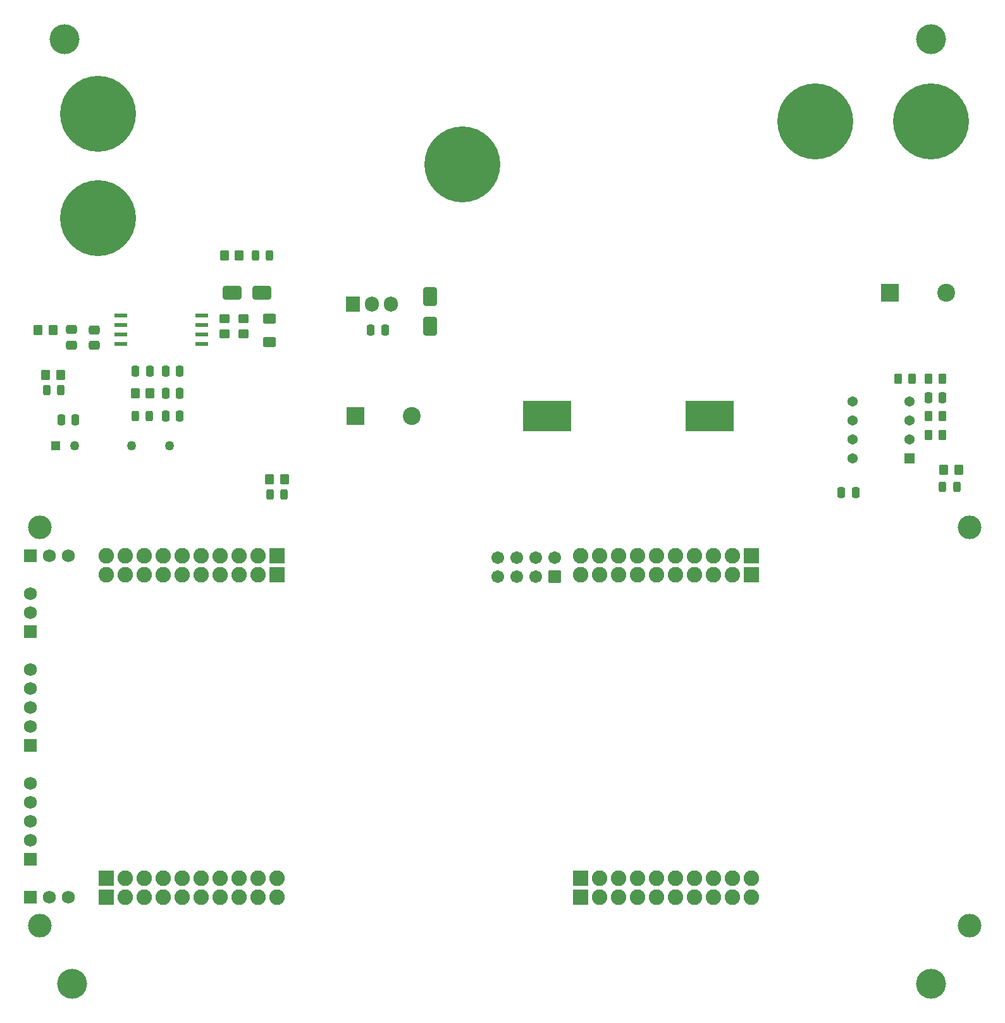
<source format=gbr>
%TF.GenerationSoftware,KiCad,Pcbnew,9.0.0*%
%TF.CreationDate,2025-03-06T09:36:57-05:00*%
%TF.ProjectId,PCB_Tutorial_Lect,5043425f-5475-4746-9f72-69616c5f4c65,rev?*%
%TF.SameCoordinates,Original*%
%TF.FileFunction,Soldermask,Top*%
%TF.FilePolarity,Negative*%
%FSLAX46Y46*%
G04 Gerber Fmt 4.6, Leading zero omitted, Abs format (unit mm)*
G04 Created by KiCad (PCBNEW 9.0.0) date 2025-03-06 09:36:57*
%MOMM*%
%LPD*%
G01*
G04 APERTURE LIST*
G04 Aperture macros list*
%AMRoundRect*
0 Rectangle with rounded corners*
0 $1 Rounding radius*
0 $2 $3 $4 $5 $6 $7 $8 $9 X,Y pos of 4 corners*
0 Add a 4 corners polygon primitive as box body*
4,1,4,$2,$3,$4,$5,$6,$7,$8,$9,$2,$3,0*
0 Add four circle primitives for the rounded corners*
1,1,$1+$1,$2,$3*
1,1,$1+$1,$4,$5*
1,1,$1+$1,$6,$7*
1,1,$1+$1,$8,$9*
0 Add four rect primitives between the rounded corners*
20,1,$1+$1,$2,$3,$4,$5,0*
20,1,$1+$1,$4,$5,$6,$7,0*
20,1,$1+$1,$6,$7,$8,$9,0*
20,1,$1+$1,$8,$9,$2,$3,0*%
G04 Aperture macros list end*
%ADD10C,10.160000*%
%ADD11RoundRect,0.250000X-0.650000X1.000000X-0.650000X-1.000000X0.650000X-1.000000X0.650000X1.000000X0*%
%ADD12R,2.400000X2.400000*%
%ADD13C,2.400000*%
%ADD14RoundRect,0.250000X0.350000X0.450000X-0.350000X0.450000X-0.350000X-0.450000X0.350000X-0.450000X0*%
%ADD15RoundRect,0.250000X-0.262500X-0.450000X0.262500X-0.450000X0.262500X0.450000X-0.262500X0.450000X0*%
%ADD16RoundRect,0.250000X-0.250000X-0.475000X0.250000X-0.475000X0.250000X0.475000X-0.250000X0.475000X0*%
%ADD17RoundRect,0.243750X-0.243750X-0.456250X0.243750X-0.456250X0.243750X0.456250X-0.243750X0.456250X0*%
%ADD18RoundRect,0.250000X0.450000X-0.350000X0.450000X0.350000X-0.450000X0.350000X-0.450000X-0.350000X0*%
%ADD19RoundRect,0.250000X-1.000000X-0.650000X1.000000X-0.650000X1.000000X0.650000X-1.000000X0.650000X0*%
%ADD20RoundRect,0.250000X0.250000X0.475000X-0.250000X0.475000X-0.250000X-0.475000X0.250000X-0.475000X0*%
%ADD21RoundRect,0.243750X0.243750X0.456250X-0.243750X0.456250X-0.243750X-0.456250X0.243750X-0.456250X0*%
%ADD22RoundRect,0.250000X-0.350000X-0.450000X0.350000X-0.450000X0.350000X0.450000X-0.350000X0.450000X0*%
%ADD23C,4.000000*%
%ADD24RoundRect,0.250000X-0.475000X0.337500X-0.475000X-0.337500X0.475000X-0.337500X0.475000X0.337500X0*%
%ADD25RoundRect,0.250000X0.262500X0.450000X-0.262500X0.450000X-0.262500X-0.450000X0.262500X-0.450000X0*%
%ADD26R,1.701800X0.558800*%
%ADD27C,3.175000*%
%ADD28RoundRect,0.102000X0.939800X0.939800X-0.939800X0.939800X-0.939800X-0.939800X0.939800X-0.939800X0*%
%ADD29C,2.083600*%
%ADD30RoundRect,0.102000X0.762000X0.762000X-0.762000X0.762000X-0.762000X-0.762000X0.762000X-0.762000X0*%
%ADD31C,1.728000*%
%ADD32RoundRect,0.102000X0.750000X0.750000X-0.750000X0.750000X-0.750000X-0.750000X0.750000X-0.750000X0*%
%ADD33C,1.704000*%
%ADD34R,1.905000X2.000000*%
%ADD35O,1.905000X2.000000*%
%ADD36R,1.371600X1.371600*%
%ADD37C,1.371600*%
%ADD38R,6.451600X4.114800*%
%ADD39RoundRect,0.250000X0.625000X-0.400000X0.625000X0.400000X-0.625000X0.400000X-0.625000X-0.400000X0*%
%ADD40R,1.270000X1.270000*%
%ADD41C,1.270000*%
G04 APERTURE END LIST*
D10*
%TO.C,J1*%
X56000000Y-48000000D03*
%TD*%
D11*
%TO.C,D1*%
X100464000Y-72446000D03*
X100464000Y-76446000D03*
%TD*%
D12*
%TO.C,C3*%
X90486220Y-88446000D03*
D13*
X97986220Y-88446000D03*
%TD*%
D14*
%TO.C,R7*%
X171229000Y-95676354D03*
X169229000Y-95676354D03*
%TD*%
D15*
%TO.C,R2*%
X167175000Y-91000000D03*
X169000000Y-91000000D03*
%TD*%
D16*
%TO.C,C11*%
X65054000Y-85446000D03*
X66954000Y-85446000D03*
%TD*%
D17*
%TO.C,D5*%
X61000000Y-88500000D03*
X62875000Y-88500000D03*
%TD*%
D18*
%TO.C,R10*%
X75464000Y-77446000D03*
X75464000Y-75446000D03*
%TD*%
D10*
%TO.C,J5*%
X104785000Y-54785000D03*
%TD*%
D19*
%TO.C,D6*%
X73964000Y-71946000D03*
X77964000Y-71946000D03*
%TD*%
D10*
%TO.C,J2*%
X167500000Y-49000000D03*
%TD*%
D17*
%TO.C,D2*%
X79026500Y-99000000D03*
X80901500Y-99000000D03*
%TD*%
D18*
%TO.C,R11*%
X72964000Y-77446000D03*
X72964000Y-75446000D03*
%TD*%
D20*
%TO.C,C7*%
X62914000Y-82446000D03*
X61014000Y-82446000D03*
%TD*%
D21*
%TO.C,D3*%
X170937500Y-98000000D03*
X169062500Y-98000000D03*
%TD*%
D22*
%TO.C,R9*%
X47964000Y-76946000D03*
X49964000Y-76946000D03*
%TD*%
D16*
%TO.C,C4*%
X92514000Y-76946000D03*
X94414000Y-76946000D03*
%TD*%
D14*
%TO.C,R13*%
X74901500Y-66946000D03*
X72901500Y-66946000D03*
%TD*%
D23*
%TO.C,H3*%
X52500000Y-164500000D03*
%TD*%
D24*
%TO.C,C9*%
X52464000Y-76908500D03*
X52464000Y-78983500D03*
%TD*%
D23*
%TO.C,H4*%
X167500000Y-164500000D03*
%TD*%
D12*
%TO.C,C5*%
X162000000Y-72000000D03*
D13*
X169500000Y-72000000D03*
%TD*%
D17*
%TO.C,D4*%
X49125000Y-85000000D03*
X51000000Y-85000000D03*
%TD*%
%TO.C,D7*%
X77062500Y-67000000D03*
X78937500Y-67000000D03*
%TD*%
D25*
%TO.C,R1*%
X169000000Y-88500000D03*
X167175000Y-88500000D03*
%TD*%
D26*
%TO.C,U5*%
X59079200Y-75041000D03*
X59079200Y-76311000D03*
X59079200Y-77581000D03*
X59079200Y-78851000D03*
X69848800Y-78851000D03*
X69848800Y-77581000D03*
X69848800Y-76311000D03*
X69848800Y-75041000D03*
%TD*%
D25*
%TO.C,R3*%
X169000000Y-83500000D03*
X167175000Y-83500000D03*
%TD*%
D16*
%TO.C,C1*%
X167137500Y-86000000D03*
X169037500Y-86000000D03*
%TD*%
D10*
%TO.C,J3*%
X152000000Y-49000000D03*
%TD*%
D27*
%TO.C,U2*%
X172674000Y-156756000D03*
X172674000Y-103416000D03*
X48214000Y-156756000D03*
X48214000Y-103416000D03*
D28*
X143464000Y-107226000D03*
D29*
X140924000Y-107226000D03*
X138384000Y-107226000D03*
X135844000Y-107226000D03*
X133304000Y-107226000D03*
X130764000Y-107226000D03*
X128224000Y-107226000D03*
X125684000Y-107226000D03*
X123144000Y-107226000D03*
X120604000Y-107226000D03*
D28*
X120604000Y-152946000D03*
D29*
X123144000Y-152946000D03*
X125684000Y-152946000D03*
X128224000Y-152946000D03*
X130764000Y-152946000D03*
X133304000Y-152946000D03*
X135844000Y-152946000D03*
X138384000Y-152946000D03*
X140924000Y-152946000D03*
X143464000Y-152946000D03*
D28*
X143464000Y-109766000D03*
D29*
X140924000Y-109766000D03*
X138384000Y-109766000D03*
X135844000Y-109766000D03*
X133304000Y-109766000D03*
X130764000Y-109766000D03*
X128224000Y-109766000D03*
X125684000Y-109766000D03*
X123144000Y-109766000D03*
X120604000Y-109766000D03*
D28*
X120604000Y-150406000D03*
D29*
X123144000Y-150406000D03*
X125684000Y-150406000D03*
X128224000Y-150406000D03*
X130764000Y-150406000D03*
X133304000Y-150406000D03*
X135844000Y-150406000D03*
X138384000Y-150406000D03*
X140924000Y-150406000D03*
X143464000Y-150406000D03*
D28*
X79964000Y-107226000D03*
D29*
X77424000Y-107226000D03*
X74884000Y-107226000D03*
X72344000Y-107226000D03*
X69804000Y-107226000D03*
X67264000Y-107226000D03*
X64724000Y-107226000D03*
X62184000Y-107226000D03*
X59644000Y-107226000D03*
X57104000Y-107226000D03*
D28*
X57104000Y-152946000D03*
D29*
X59644000Y-152946000D03*
X62184000Y-152946000D03*
X64724000Y-152946000D03*
X67264000Y-152946000D03*
X69804000Y-152946000D03*
X72344000Y-152946000D03*
X74884000Y-152946000D03*
X77424000Y-152946000D03*
X79964000Y-152946000D03*
D28*
X79964000Y-109766000D03*
D29*
X77424000Y-109766000D03*
X74884000Y-109766000D03*
X72344000Y-109766000D03*
X69804000Y-109766000D03*
X67264000Y-109766000D03*
X64724000Y-109766000D03*
X62184000Y-109766000D03*
X59644000Y-109766000D03*
X57104000Y-109766000D03*
D28*
X57104000Y-150406000D03*
D29*
X59644000Y-150406000D03*
X62184000Y-150406000D03*
X64724000Y-150406000D03*
X67264000Y-150406000D03*
X69804000Y-150406000D03*
X72344000Y-150406000D03*
X74884000Y-150406000D03*
X77424000Y-150406000D03*
X79964000Y-150406000D03*
D30*
X46944000Y-152946000D03*
D31*
X49484000Y-152946000D03*
X52024000Y-152946000D03*
D30*
X46944000Y-117386000D03*
D31*
X46944000Y-114846000D03*
X46944000Y-112306000D03*
D30*
X46944000Y-147866000D03*
D31*
X46944000Y-145326000D03*
X46944000Y-142786000D03*
X46944000Y-140246000D03*
X46944000Y-137706000D03*
D30*
X46944000Y-132626000D03*
D31*
X46944000Y-130086000D03*
X46944000Y-127546000D03*
X46944000Y-125006000D03*
X46944000Y-122466000D03*
D30*
X46944000Y-107226000D03*
D31*
X49484000Y-107226000D03*
X52024000Y-107226000D03*
D32*
X117120000Y-110000000D03*
D33*
X117120000Y-107460000D03*
X114580000Y-110000000D03*
X114580000Y-107460000D03*
X112040000Y-110000000D03*
X112040000Y-107460000D03*
X109500000Y-110000000D03*
X109500000Y-107460000D03*
%TD*%
D10*
%TO.C,J4*%
X55964000Y-62000000D03*
%TD*%
D24*
%TO.C,C8*%
X55464000Y-76958500D03*
X55464000Y-79033500D03*
%TD*%
D34*
%TO.C,Q1*%
X90099000Y-73471000D03*
D35*
X92639000Y-73471000D03*
X95179000Y-73471000D03*
%TD*%
D36*
%TO.C,U1*%
X164620000Y-94120000D03*
D37*
X164620000Y-91580000D03*
X164620000Y-89040000D03*
X164620000Y-86500000D03*
X157000000Y-86500000D03*
X157000000Y-89040000D03*
X157000000Y-91580000D03*
X157000000Y-94120000D03*
%TD*%
D16*
%TO.C,C2*%
X155500000Y-98712500D03*
X157400000Y-98712500D03*
%TD*%
D38*
%TO.C,L1*%
X116150199Y-88500000D03*
X137849801Y-88500000D03*
%TD*%
D15*
%TO.C,R4*%
X163125000Y-83500000D03*
X164950000Y-83500000D03*
%TD*%
D39*
%TO.C,R12*%
X78964000Y-78546000D03*
X78964000Y-75446000D03*
%TD*%
D16*
%TO.C,C12*%
X65054000Y-88456000D03*
X66954000Y-88456000D03*
%TD*%
%TO.C,C6*%
X51054000Y-89021000D03*
X52954000Y-89021000D03*
%TD*%
D22*
%TO.C,R8*%
X48964000Y-82946000D03*
X50964000Y-82946000D03*
%TD*%
D16*
%TO.C,C10*%
X65054000Y-82436000D03*
X66954000Y-82436000D03*
%TD*%
D23*
%TO.C,H1*%
X51500000Y-38000000D03*
%TD*%
D40*
%TO.C,U4*%
X50304000Y-92446000D03*
D41*
X52844000Y-92446000D03*
X60464000Y-92446000D03*
X65544000Y-92446000D03*
%TD*%
D22*
%TO.C,R6*%
X78964000Y-96946000D03*
X80964000Y-96946000D03*
%TD*%
D14*
%TO.C,R5*%
X62964000Y-85446000D03*
X60964000Y-85446000D03*
%TD*%
D23*
%TO.C,H2*%
X167500000Y-38000000D03*
%TD*%
M02*

</source>
